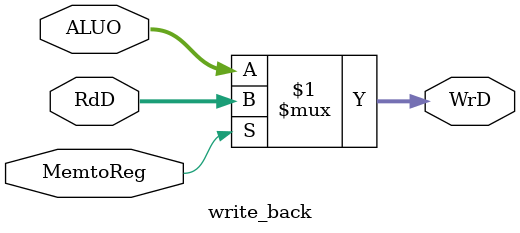
<source format=v>
module write_back(RdD,WrD,ALUO,MemtoReg);
input [15:0] RdD,ALUO;
input MemtoReg;

output [15:0] WrD;

assign WrD = MemtoReg ? RdD : ALUO;

endmodule

</source>
